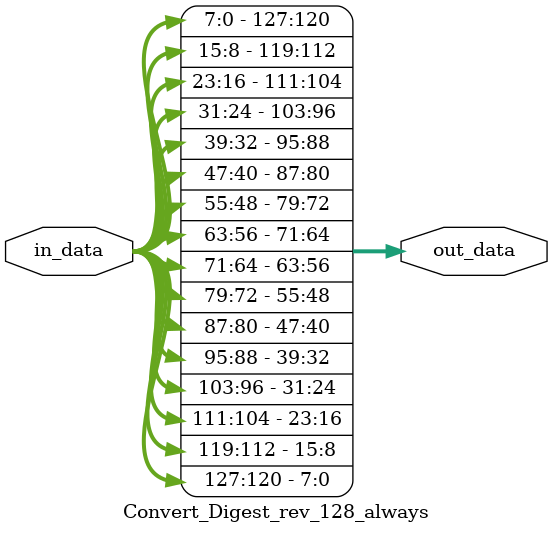
<source format=v>
`timescale 1ns/1ps
module Convert_Digest_rev_128_always (
    input  wire [127:0] in_data,  // lower 128 bits of squeezed data (little-endian)
    output reg  [127:0] out_data  // converted digest in big-endian byte order
);
    always @* begin
        // Reverse the byte order:
        // The most-significant 8 bits of out_data come from in_data[127:120], etc.
        out_data[7:0]    = in_data[127:120];
        out_data[15:8]   = in_data[119:112];
        out_data[23:16]  = in_data[111:104];
        out_data[31:24]  = in_data[103:96];
        out_data[39:32]  = in_data[95:88];
        out_data[47:40]  = in_data[87:80];
        out_data[55:48]  = in_data[79:72];
        out_data[63:56]  = in_data[71:64];
        out_data[71:64]  = in_data[63:56];
        out_data[79:72]  = in_data[55:48];
        out_data[87:80]  = in_data[47:40];
        out_data[95:88]  = in_data[39:32];
        out_data[103:96] = in_data[31:24];
        out_data[111:104]= in_data[23:16];
        out_data[119:112]= in_data[15:8];
        out_data[127:120]= in_data[7:0];
    end
endmodule

</source>
